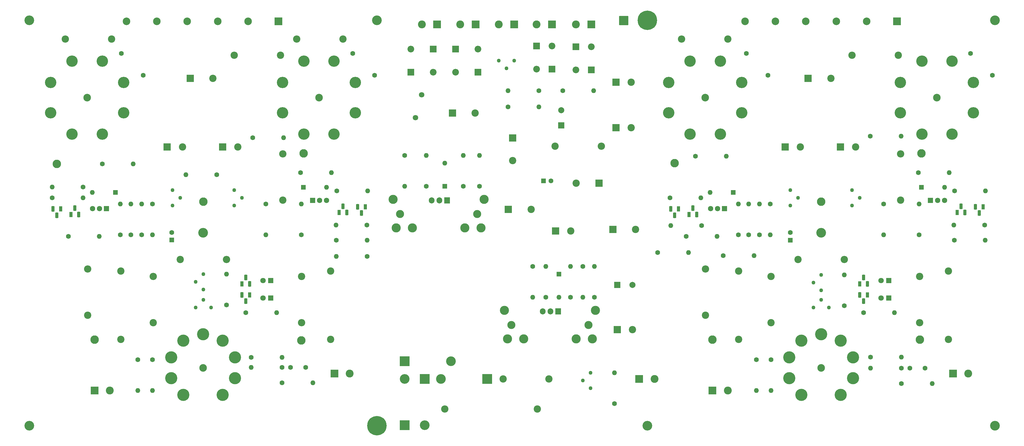
<source format=gbr>
G04 #@! TF.GenerationSoftware,KiCad,Pcbnew,7.0.8*
G04 #@! TF.CreationDate,2023-12-15T21:56:32+00:00*
G04 #@! TF.ProjectId,BabyHuey,42616279-4875-4657-992e-6b696361645f,1*
G04 #@! TF.SameCoordinates,Original*
G04 #@! TF.FileFunction,Soldermask,Top*
G04 #@! TF.FilePolarity,Negative*
%FSLAX46Y46*%
G04 Gerber Fmt 4.6, Leading zero omitted, Abs format (unit mm)*
G04 Created by KiCad (PCBNEW 7.0.8) date 2023-12-15 21:56:32*
%MOMM*%
%LPD*%
G01*
G04 APERTURE LIST*
G04 Aperture macros list*
%AMRoundRect*
0 Rectangle with rounded corners*
0 $1 Rounding radius*
0 $2 $3 $4 $5 $6 $7 $8 $9 X,Y pos of 4 corners*
0 Add a 4 corners polygon primitive as box body*
4,1,4,$2,$3,$4,$5,$6,$7,$8,$9,$2,$3,0*
0 Add four circle primitives for the rounded corners*
1,1,$1+$1,$2,$3*
1,1,$1+$1,$4,$5*
1,1,$1+$1,$6,$7*
1,1,$1+$1,$8,$9*
0 Add four rect primitives between the rounded corners*
20,1,$1+$1,$2,$3,$4,$5,0*
20,1,$1+$1,$4,$5,$6,$7,0*
20,1,$1+$1,$6,$7,$8,$9,0*
20,1,$1+$1,$8,$9,$2,$3,0*%
%AMHorizOval*
0 Thick line with rounded ends*
0 $1 width*
0 $2 $3 position (X,Y) of the first rounded end (center of the circle)*
0 $4 $5 position (X,Y) of the second rounded end (center of the circle)*
0 Add line between two ends*
20,1,$1,$2,$3,$4,$5,0*
0 Add two circle primitives to create the rounded ends*
1,1,$1,$2,$3*
1,1,$1,$4,$5*%
G04 Aperture macros list end*
%ADD10C,1.800000*%
%ADD11C,1.600000*%
%ADD12R,1.800000X1.800000*%
%ADD13RoundRect,0.249999X-1.300001X-1.300001X1.300001X-1.300001X1.300001X1.300001X-1.300001X1.300001X0*%
%ADD14C,3.200000*%
%ADD15C,6.400000*%
%ADD16C,0.800000*%
%ADD17R,1.717500X1.800000*%
%ADD18O,1.717500X1.800000*%
%ADD19C,1.260000*%
%ADD20C,2.800000*%
%ADD21R,1.100000X1.800000*%
%ADD22RoundRect,0.275000X0.275000X0.625000X-0.275000X0.625000X-0.275000X-0.625000X0.275000X-0.625000X0*%
%ADD23RoundRect,0.275000X-0.275000X-0.625000X0.275000X-0.625000X0.275000X0.625000X-0.275000X0.625000X0*%
%ADD24R,2.400000X2.400000*%
%ADD25C,2.400000*%
%ADD26R,3.200000X3.200000*%
%ADD27O,3.200000X3.200000*%
%ADD28R,2.600000X2.600000*%
%ADD29C,2.600000*%
%ADD30R,2.500000X2.500000*%
%ADD31C,2.500000*%
%ADD32R,2.200000X2.200000*%
%ADD33O,2.200000X2.200000*%
%ADD34O,1.600000X1.600000*%
%ADD35O,2.400000X2.400000*%
%ADD36HorizOval,1.600000X0.000000X0.000000X0.000000X0.000000X0*%
%ADD37C,3.000000*%
%ADD38C,2.650000*%
%ADD39R,1.600000X1.600000*%
%ADD40R,2.000000X2.000000*%
%ADD41C,2.000000*%
%ADD42R,1.905000X2.000000*%
%ADD43O,1.905000X2.000000*%
%ADD44C,4.000000*%
%ADD45O,3.750000X3.750000*%
G04 APERTURE END LIST*
D10*
X177800000Y-89154000D03*
X179850000Y-81654000D03*
D11*
X136652000Y-171450000D03*
X141652000Y-171450000D03*
D12*
X130175000Y-142875000D03*
D10*
X127635000Y-142875000D03*
D13*
X246380000Y-57150000D03*
D14*
X368650000Y-190670000D03*
X368650000Y-57110000D03*
X311410000Y-127070000D03*
X165130000Y-57110000D03*
X254170000Y-190670000D03*
X50650000Y-190670000D03*
X107890000Y-127070000D03*
X50650000Y-57110000D03*
D15*
X165130000Y-190670000D03*
D16*
X163432944Y-188972944D03*
X165130000Y-193070000D03*
X166827056Y-188972944D03*
X165130000Y-188270000D03*
X163432944Y-192367056D03*
X167530000Y-190670000D03*
X162730000Y-190670000D03*
X166827056Y-192367056D03*
X256570000Y-57110000D03*
X255867056Y-55412944D03*
X252472944Y-55412944D03*
X251770000Y-57110000D03*
X255867056Y-58807056D03*
X254170000Y-59510000D03*
D15*
X254170000Y-57110000D03*
D16*
X254170000Y-54710000D03*
X252472944Y-58807056D03*
D17*
X143946500Y-116395500D03*
D18*
X146236500Y-116395500D03*
X148526500Y-116395500D03*
D19*
X105410000Y-151765000D03*
X107950000Y-149225000D03*
X110490000Y-151765000D03*
D20*
X344490000Y-100965000D03*
X311470000Y-116840000D03*
X263210000Y-104140000D03*
X343916000Y-162306000D03*
X275656000Y-162306000D03*
D19*
X321630000Y-113030000D03*
X324170000Y-115570000D03*
X321630000Y-118110000D03*
X301310000Y-113030000D03*
X303850000Y-115570000D03*
X301310000Y-118110000D03*
X308930000Y-151765000D03*
X311470000Y-149225000D03*
X314010000Y-151765000D03*
D17*
X347466500Y-116395500D03*
D18*
X349756500Y-116395500D03*
X352046500Y-116395500D03*
D21*
X364810000Y-118535500D03*
D22*
X363540000Y-120605500D03*
X362270000Y-118535500D03*
D21*
X267909000Y-121050000D03*
D23*
X269179000Y-118980000D03*
X270449000Y-121050000D03*
D17*
X279593000Y-119126000D03*
D18*
X277303000Y-119126000D03*
X275013000Y-119126000D03*
D21*
X356237500Y-120415000D03*
D23*
X357507500Y-118345000D03*
X358777500Y-120415000D03*
D21*
X264480000Y-119234000D03*
D22*
X263210000Y-121304000D03*
X261940000Y-119234000D03*
D21*
X324170000Y-143910000D03*
D23*
X325440000Y-141840000D03*
X326710000Y-143910000D03*
D21*
X326710000Y-147555000D03*
D22*
X325440000Y-149625000D03*
X324170000Y-147555000D03*
D12*
X333695000Y-142875000D03*
D10*
X331155000Y-142875000D03*
D12*
X333695000Y-148590000D03*
D10*
X331155000Y-148590000D03*
D24*
X307152000Y-76200000D03*
D25*
X314652000Y-76200000D03*
D11*
X340614000Y-171704000D03*
X345614000Y-171704000D03*
D26*
X174244000Y-169418000D03*
D27*
X189484000Y-169418000D03*
D26*
X201422000Y-175260000D03*
D27*
X186182000Y-175260000D03*
D26*
X174244000Y-190500000D03*
D27*
X174244000Y-175260000D03*
D26*
X180848000Y-175260000D03*
D27*
X180848000Y-190500000D03*
D25*
X221742000Y-175260000D03*
X206742000Y-175260000D03*
D20*
X140970000Y-100965000D03*
X107950000Y-116840000D03*
X59690000Y-104394000D03*
D21*
X152717500Y-120415000D03*
D23*
X153987500Y-118345000D03*
X155257500Y-120415000D03*
D28*
X184992000Y-58420000D03*
D29*
X179992000Y-58420000D03*
D28*
X235712000Y-58420000D03*
D29*
X230712000Y-58420000D03*
D28*
X197612000Y-58420000D03*
D29*
X192612000Y-58420000D03*
D28*
X210312000Y-58420000D03*
D29*
X205312000Y-58420000D03*
D28*
X222758000Y-58420000D03*
D29*
X217758000Y-58420000D03*
D28*
X72136000Y-179078000D03*
D29*
X77136000Y-179078000D03*
D28*
X151130000Y-173490000D03*
D29*
X156130000Y-173490000D03*
D28*
X354878000Y-173490000D03*
D29*
X359878000Y-173490000D03*
D30*
X132696000Y-57404000D03*
D31*
X122696000Y-57404000D03*
X112696000Y-57404000D03*
X102696000Y-57404000D03*
X92696000Y-57404000D03*
X82696000Y-57404000D03*
D30*
X336404000Y-57404000D03*
D31*
X326404000Y-57404000D03*
X316404000Y-57404000D03*
X306404000Y-57404000D03*
X296404000Y-57404000D03*
X286404000Y-57404000D03*
D32*
X230632000Y-65786000D03*
D33*
X230632000Y-73406000D03*
D11*
X208280000Y-85598000D03*
D34*
X218440000Y-85598000D03*
D11*
X218440000Y-80264000D03*
D34*
X208280000Y-80264000D03*
D11*
X133858000Y-176530000D03*
D34*
X144018000Y-176530000D03*
D11*
X133858000Y-171450000D03*
D34*
X123698000Y-171450000D03*
D11*
X91186000Y-168910000D03*
D34*
X91186000Y-179070000D03*
D11*
X151765000Y-129540000D03*
D34*
X161925000Y-129540000D03*
D11*
X161798000Y-124587000D03*
D34*
X151638000Y-124587000D03*
D11*
X151892000Y-113284000D03*
D34*
X162052000Y-113284000D03*
D25*
X100330000Y-135890000D03*
D35*
X115570000Y-135890000D03*
D11*
X88174103Y-75220103D03*
D36*
X80989898Y-68035898D03*
D11*
X164374103Y-75220000D03*
D36*
X157189898Y-68035795D03*
D11*
X74676000Y-104394000D03*
D34*
X84836000Y-104394000D03*
D11*
X124206000Y-95758000D03*
D34*
X134366000Y-95758000D03*
D25*
X77724000Y-63246000D03*
D35*
X62484000Y-63246000D03*
D25*
X133350000Y-68580000D03*
D35*
X118110000Y-68580000D03*
D11*
X337820000Y-176784000D03*
D34*
X347980000Y-176784000D03*
D11*
X319090000Y-151130000D03*
D34*
X319090000Y-140970000D03*
D11*
X290068000Y-168910000D03*
D34*
X290068000Y-179070000D03*
D11*
X337820000Y-171704000D03*
D34*
X327660000Y-171704000D03*
D11*
X325440000Y-153416000D03*
D34*
X335600000Y-153416000D03*
D11*
X294894000Y-168910000D03*
D34*
X294894000Y-179070000D03*
D11*
X327660000Y-168084500D03*
D34*
X337820000Y-168084500D03*
D25*
X294960000Y-156718000D03*
D35*
X294960000Y-141478000D03*
D25*
X343855000Y-141478000D03*
D35*
X343855000Y-156718000D03*
D11*
X291150000Y-127762000D03*
D34*
X291150000Y-117602000D03*
D11*
X294640000Y-117602000D03*
D34*
X294640000Y-127762000D03*
D11*
X287594000Y-127762000D03*
D34*
X287594000Y-117602000D03*
D11*
X331978000Y-117602000D03*
D34*
X331978000Y-127762000D03*
D11*
X343474000Y-107315000D03*
D34*
X353634000Y-107315000D03*
D11*
X267020000Y-128270000D03*
D34*
X277180000Y-128270000D03*
D11*
X355285000Y-129540000D03*
D34*
X365445000Y-129540000D03*
D11*
X284165000Y-127762000D03*
D34*
X284165000Y-117602000D03*
D11*
X343728000Y-127762000D03*
D34*
X343728000Y-117602000D03*
D11*
X261686000Y-115570000D03*
D34*
X271846000Y-115570000D03*
D11*
X365318000Y-124587000D03*
D34*
X355158000Y-124587000D03*
D11*
X272034000Y-124714000D03*
D34*
X261874000Y-124714000D03*
D11*
X355412000Y-113284000D03*
D34*
X365572000Y-113284000D03*
D25*
X303850000Y-135890000D03*
D35*
X319090000Y-135890000D03*
D25*
X273370000Y-154305000D03*
D35*
X273370000Y-139065000D03*
D25*
X337566000Y-116332000D03*
D35*
X337566000Y-101092000D03*
D11*
X293950205Y-75220000D03*
D36*
X286766000Y-68035795D03*
D11*
X367828103Y-75220000D03*
D36*
X360643898Y-68035795D03*
D11*
X270002000Y-101854000D03*
D34*
X280162000Y-101854000D03*
D11*
X327599000Y-95250000D03*
D34*
X337759000Y-95250000D03*
D25*
X336870000Y-68580000D03*
D35*
X321630000Y-68580000D03*
D11*
X58166000Y-115570000D03*
D34*
X68326000Y-115570000D03*
D11*
X80645000Y-127762000D03*
D34*
X80645000Y-117602000D03*
D11*
X87630000Y-127762000D03*
D34*
X87630000Y-117602000D03*
D21*
X64389000Y-121050000D03*
D23*
X65659000Y-118980000D03*
X66929000Y-121050000D03*
D21*
X60960000Y-119234000D03*
D22*
X59690000Y-121304000D03*
X58420000Y-119234000D03*
D19*
X97790000Y-113030000D03*
X100330000Y-115570000D03*
X97790000Y-118110000D03*
D11*
X68326000Y-112014000D03*
D34*
X58166000Y-112014000D03*
D32*
X191008000Y-66548000D03*
D33*
X191008000Y-74168000D03*
D32*
X183642000Y-66548000D03*
D33*
X183642000Y-74168000D03*
D32*
X176276000Y-74168000D03*
D33*
X176276000Y-66548000D03*
D32*
X198374000Y-74168000D03*
D33*
X198374000Y-66548000D03*
D25*
X153924000Y-63246000D03*
D35*
X138684000Y-63246000D03*
D37*
X170434000Y-116078000D03*
D38*
X172720000Y-120904000D03*
X198120000Y-120904000D03*
D37*
X199390000Y-125476000D03*
X176784000Y-125476000D03*
X171450000Y-125476000D03*
X200406000Y-116078000D03*
X194056000Y-125476000D03*
D24*
X189992000Y-87630000D03*
D25*
X197492000Y-87630000D03*
D24*
X208400000Y-119380000D03*
D25*
X215900000Y-119380000D03*
D24*
X244310041Y-159004000D03*
D25*
X249310041Y-159004000D03*
X353380000Y-139700000D03*
X353380000Y-162200000D03*
X284292000Y-139700000D03*
X284292000Y-162200000D03*
D24*
X299612000Y-98806000D03*
D25*
X304612000Y-98806000D03*
D24*
X317820000Y-98806000D03*
D25*
X322820000Y-98806000D03*
D39*
X140906500Y-112077500D03*
D34*
X148526500Y-112077500D03*
D39*
X282514000Y-113792000D03*
D34*
X274894000Y-113792000D03*
D39*
X344426500Y-112077500D03*
D34*
X352046500Y-112077500D03*
D25*
X217932000Y-185166000D03*
D35*
X187452000Y-185166000D03*
D24*
X238252000Y-110744000D03*
D25*
X230752000Y-110744000D03*
D24*
X242824000Y-125984000D03*
D25*
X250324000Y-125984000D03*
D24*
X243840000Y-92456000D03*
D25*
X248840000Y-92456000D03*
D24*
X243840000Y-77470000D03*
D25*
X248840000Y-77470000D03*
D40*
X225806000Y-91694000D03*
D41*
X225806000Y-86694000D03*
D11*
X193548000Y-111760000D03*
D34*
X193548000Y-101600000D03*
D11*
X198882000Y-111760000D03*
D34*
X198882000Y-101600000D03*
D11*
X181356000Y-111760000D03*
D34*
X181356000Y-101600000D03*
D42*
X188214000Y-116459000D03*
D43*
X185674000Y-116459000D03*
X183134000Y-116459000D03*
D11*
X139954000Y-107315000D03*
D34*
X150114000Y-107315000D03*
D25*
X80772000Y-139700000D03*
X80772000Y-162200000D03*
X149860000Y-139700000D03*
X149860000Y-162200000D03*
D39*
X187452000Y-111760000D03*
D34*
X187452000Y-104140000D03*
D25*
X69850000Y-154305000D03*
D35*
X69850000Y-139065000D03*
D12*
X130175000Y-148590000D03*
D10*
X127635000Y-148590000D03*
D11*
X123698000Y-168148000D03*
D34*
X133858000Y-168148000D03*
D21*
X120650000Y-143910000D03*
D23*
X121920000Y-141840000D03*
X123190000Y-143910000D03*
D11*
X121920000Y-153416000D03*
D34*
X132080000Y-153416000D03*
D21*
X123190000Y-147555000D03*
D22*
X121920000Y-149625000D03*
X120650000Y-147555000D03*
D25*
X91440000Y-156718000D03*
D35*
X91440000Y-141478000D03*
D20*
X72136000Y-162306000D03*
D11*
X112395000Y-107950000D03*
D34*
X102235000Y-107950000D03*
D11*
X161925000Y-134874000D03*
D34*
X151765000Y-134874000D03*
D11*
X279146000Y-134620000D03*
D34*
X289306000Y-134620000D03*
D11*
X257556000Y-133604000D03*
D34*
X267716000Y-133604000D03*
D32*
X235712000Y-73406000D03*
D33*
X235712000Y-65786000D03*
D11*
X84074000Y-127762000D03*
D34*
X84074000Y-117602000D03*
D24*
X96092000Y-98806000D03*
D25*
X101092000Y-98806000D03*
D11*
X63500000Y-128270000D03*
D34*
X73660000Y-128270000D03*
D17*
X76073000Y-119126000D03*
D18*
X73783000Y-119126000D03*
X71493000Y-119126000D03*
D32*
X217678000Y-65532000D03*
D33*
X217678000Y-73152000D03*
D21*
X161290000Y-118535500D03*
D22*
X160020000Y-120605500D03*
X158750000Y-118535500D03*
D39*
X97536000Y-129475112D03*
D11*
X97536000Y-126975112D03*
D24*
X114300000Y-98806000D03*
D25*
X119300000Y-98806000D03*
D24*
X103632000Y-76200000D03*
D25*
X111132000Y-76200000D03*
D24*
X223990041Y-126492000D03*
D25*
X228990041Y-126492000D03*
D11*
X174244000Y-101600000D03*
D34*
X174244000Y-111760000D03*
D32*
X222758000Y-73152000D03*
D33*
X222758000Y-65532000D03*
D39*
X219964000Y-109982000D03*
D11*
X222464000Y-109982000D03*
X226314000Y-80264000D03*
D34*
X236474000Y-80264000D03*
D24*
X209804000Y-95836220D03*
D25*
X209804000Y-103336220D03*
D39*
X225044000Y-140716000D03*
D34*
X225044000Y-148336000D03*
D11*
X236728000Y-148336000D03*
D34*
X236728000Y-138176000D03*
D11*
X216408000Y-138176000D03*
D34*
X216408000Y-148336000D03*
D11*
X228854000Y-148336000D03*
D34*
X228854000Y-138176000D03*
D11*
X232918000Y-138176000D03*
D34*
X232918000Y-148336000D03*
D11*
X220726000Y-148336000D03*
D34*
X220726000Y-138176000D03*
D42*
X224790000Y-153035000D03*
D43*
X222250000Y-153035000D03*
X219710000Y-153035000D03*
D40*
X244266323Y-144272000D03*
D41*
X249266323Y-144272000D03*
D38*
X209423000Y-157480000D03*
X234823000Y-157480000D03*
D37*
X230759000Y-162052000D03*
X213487000Y-162052000D03*
X236093000Y-162052000D03*
X208153000Y-162052000D03*
X237109000Y-152654000D03*
X207137000Y-152654000D03*
D11*
X140208000Y-127762000D03*
D34*
X140208000Y-117602000D03*
D11*
X91186000Y-117602000D03*
D34*
X91186000Y-127762000D03*
D25*
X134112000Y-116332000D03*
D35*
X134112000Y-101092000D03*
D11*
X128524000Y-117602000D03*
D34*
X128524000Y-127762000D03*
D25*
X140335000Y-141478000D03*
D35*
X140335000Y-156718000D03*
D20*
X140208000Y-162560000D03*
D19*
X118110000Y-113030000D03*
X120650000Y-115570000D03*
X118110000Y-118110000D03*
D39*
X78994000Y-113792000D03*
D34*
X71374000Y-113792000D03*
D11*
X115570000Y-150876000D03*
D34*
X115570000Y-140716000D03*
D19*
X235458000Y-178308000D03*
X232918000Y-175768000D03*
X235458000Y-173228000D03*
D28*
X251540000Y-175268000D03*
D29*
X256540000Y-175268000D03*
D11*
X243332000Y-183388000D03*
D34*
X243332000Y-173228000D03*
D11*
X86360000Y-168910000D03*
D34*
X86360000Y-179070000D03*
D28*
X275670000Y-179078000D03*
D29*
X280670000Y-179078000D03*
D25*
X280670000Y-63246000D03*
D35*
X265430000Y-63246000D03*
D25*
X223774000Y-98552000D03*
D35*
X239014000Y-98552000D03*
D39*
X301244000Y-129540000D03*
D11*
X301244000Y-127040000D03*
D19*
X107950000Y-145781000D03*
X105410000Y-143241000D03*
X107950000Y-140701000D03*
X210312000Y-70358000D03*
X207772000Y-72898000D03*
X205232000Y-70358000D03*
X311404000Y-146035000D03*
X308864000Y-143495000D03*
X311404000Y-140955000D03*
D31*
X107890000Y-171590000D03*
D44*
X101401000Y-180521800D03*
X97390000Y-175001700D03*
X97390000Y-168178300D03*
X101400600Y-162658200D03*
X107890000Y-160549600D03*
X114379400Y-162658200D03*
X118390000Y-168178300D03*
X118390000Y-175001700D03*
X114379400Y-180521800D03*
D31*
X69730000Y-82550000D03*
D45*
X64755116Y-94560433D03*
X57719567Y-87524884D03*
X57719567Y-77575116D03*
X64755116Y-70539567D03*
X74704884Y-70539567D03*
X81740433Y-77575116D03*
X81740433Y-87524884D03*
X74704884Y-94560433D03*
D31*
X146050000Y-82550000D03*
D45*
X141075116Y-94560433D03*
X134039567Y-87524884D03*
X134039567Y-77575116D03*
X141075116Y-70539567D03*
X151024884Y-70539567D03*
X158060433Y-77575116D03*
X158060433Y-87524884D03*
X151024884Y-94560433D03*
D31*
X311410000Y-171590000D03*
D44*
X304921000Y-180521800D03*
X300910000Y-175001700D03*
X300910000Y-168178300D03*
X304920600Y-162658200D03*
X311410000Y-160549600D03*
X317899400Y-162658200D03*
X321910000Y-168178300D03*
X321910000Y-175001700D03*
X317899400Y-180521800D03*
D31*
X349570000Y-82550000D03*
D45*
X344595116Y-94560433D03*
X337559567Y-87524884D03*
X337559567Y-77575116D03*
X344595116Y-70539567D03*
X354544884Y-70539567D03*
X361580433Y-77575116D03*
X361580433Y-87524884D03*
X354544884Y-94560433D03*
D31*
X273250000Y-82550000D03*
D45*
X268275116Y-94560433D03*
X261239567Y-87524884D03*
X261239567Y-77575116D03*
X268275116Y-70539567D03*
X278224884Y-70539567D03*
X285260433Y-77575116D03*
X285260433Y-87524884D03*
X278224884Y-94560433D03*
M02*

</source>
